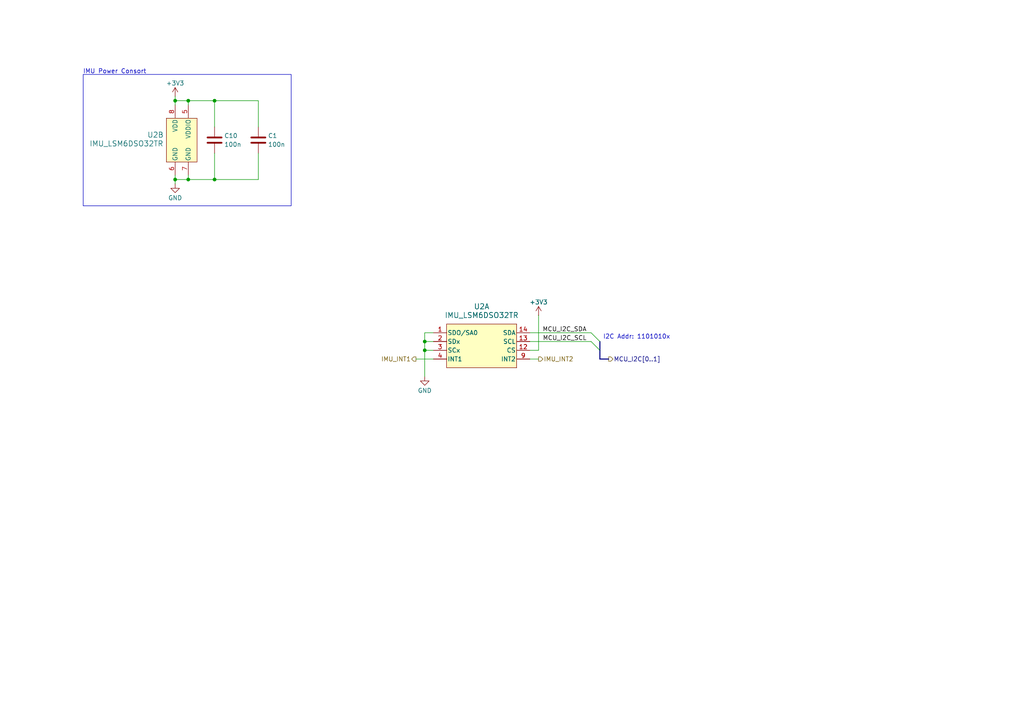
<source format=kicad_sch>
(kicad_sch (version 20250114) (generator "eeschema") (generator_version "9.0")
  (paper "A4")
  (title_block (title "IMU") (date "2025-12-01"))
  (lib_symbols
    (symbol "Device:C" (pin_numbers (hide yes)) (pin_names (offset 0.254))
      (property "Reference" "C" (at 0.635 2.54 0))
      (property "Value" "C" (at 0.635 -2.54 0))
      (symbol "C_0_1"
        (polyline (pts (xy -2.032 0.762) (xy 2.032 0.762)) (stroke (width 0.508)))
        (polyline (pts (xy -2.032 -0.762) (xy 2.032 -0.762)) (stroke (width 0.508)))
      )
      (symbol "C_1_1"
        (pin passive line (at 0 3.81 270) (length 2.794) (name "~") (number "1"))
        (pin passive line (at 0 -3.81 90) (length 2.794) (name "~") (number "2"))
      )
    )
    (symbol "hagzey_symbols:IMU_LSM6DSO32TR" (pin_names (offset 0.254))
      (property "Reference" "U" (at 7.62 10.16 0))
      (property "Value" "IMU_LSM6DSO32TR" (at 7.62 7.62 0))
      (symbol "IMU_LSM6DSO32TR_0_1"
        (pin no_connect line (at -2.54 -2.54 180) (length 7.62) (hide yes) (name "NC") (number "11"))
        (pin no_connect line (at -2.54 -5.08 180) (length 7.62) (hide yes) (name "NC") (number "10"))
      )
      (symbol "IMU_LSM6DSO32TR_1_1"
        (rectangle (start -2.54 5.08) (end 17.78 -7.62) (fill (type background)))
        (pin bidirectional line (at -6.35 2.54 0) (length 3.81) (name "SDO/SA0") (number "1"))
        (pin unspecified line (at -6.35 0 0) (length 3.81) (name "SDx") (number "2"))
        (pin unspecified line (at -6.35 -2.54 0) (length 3.81) (name "SCx") (number "3"))
        (pin output line (at -6.35 -5.08 0) (length 3.81) (name "INT1") (number "4"))
        (pin bidirectional line (at 21.59 2.54 180) (length 3.81) (name "SDA") (number "14"))
        (pin input line (at 21.59 0 180) (length 3.81) (name "SCL") (number "13"))
        (pin input line (at 21.59 -2.54 180) (length 3.81) (name "CS") (number "12"))
        (pin output line (at 21.59 -5.08 180) (length 3.81) (name "INT2") (number "9"))
      )
      (symbol "IMU_LSM6DSO32TR_2_1"
        (rectangle (start 19.05 3.81) (end 27.94 -8.89) (fill (type background)))
        (pin power_in line (at 21.59 7.62 270) (length 3.81) (name "VDD") (number "8"))
        (pin power_out line (at 21.59 -12.7 90) (length 3.81) (name "GND") (number "6"))
        (pin power_in line (at 25.4 7.62 270) (length 3.81) (name "VDDIO") (number "5"))
        (pin power_out line (at 25.4 -12.7 90) (length 3.81) (name "GND") (number "7"))
      )
    )
    (symbol "power:+3V3" (power) (pin_numbers (hide yes)) (pin_names (offset 0) (hide yes))
      (property "Value" "+3V3" (at 0 3.556 0))
      (symbol "+3V3_0_1"
        (polyline (pts (xy -0.762 1.27) (xy 0 2.54)))
        (polyline (pts (xy 0 2.54) (xy 0.762 1.27)))
        (polyline (pts (xy 0 0) (xy 0 2.54)))
      )
      (symbol "+3V3_1_1"
        (pin power_in line (at 0 0 90) (length 0) (name "~") (number "1"))
      )
    )
    (symbol "power:GND" (power) (pin_numbers (hide yes)) (pin_names (offset 0) (hide yes))
      (property "Value" "GND" (at 0 -3.81 0))
      (symbol "GND_0_1"
        (polyline (pts (xy 0 0) (xy 0 -1.27) (xy 1.27 -1.27) (xy 0 -2.54) (xy -1.27 -1.27) (xy 0 -1.27)))
      )
      (symbol "GND_1_1"
        (pin power_in line (at 0 0 270) (length 0) (name "~") (number "1"))
      )
    )
  )
  (rectangle (start 24.13 21.59) (end 84.455 59.69))
  (text "I2C Addr: 1101010x" (at 184.658 97.79 0) (effects (font (size 1.27 1.27))))
  (text "IMU Power Consort" (at 33.274 20.828 0) (effects (font (size 1.27 1.27))))
  (junction (at 54.61 29.21))
  (junction (at 54.61 52.07))
  (junction (at 50.8 29.21))
  (junction (at 123.19 101.6))
  (junction (at 62.23 52.07))
  (junction (at 62.23 29.21))
  (junction (at 50.8 52.07))
  (junction (at 123.19 99.06))
  (bus_entry (at 171.45 96.52) (size 2.54 2.54))
  (bus_entry (at 171.45 99.06) (size 2.54 2.54))
  (wire (pts (xy 120.65 104.14) (xy 125.73 104.14)))
  (wire (pts (xy 123.19 96.52) (xy 123.19 99.06)))
  (wire (pts (xy 50.8 50.8) (xy 50.8 52.07)))
  (wire (pts (xy 74.93 44.45) (xy 74.93 52.07)))
  (wire (pts (xy 62.23 29.21) (xy 54.61 29.21)))
  (wire (pts (xy 62.23 36.83) (xy 62.23 29.21)))
  (wire (pts (xy 54.61 52.07) (xy 50.8 52.07)))
  (wire (pts (xy 50.8 29.21) (xy 50.8 30.48)))
  (wire (pts (xy 54.61 29.21) (xy 50.8 29.21)))
  (wire (pts (xy 74.93 36.83) (xy 74.93 29.21)))
  (wire (pts (xy 153.67 104.14) (xy 156.21 104.14)))
  (wire (pts (xy 125.73 96.52) (xy 123.19 96.52)))
  (bus (pts (xy 173.99 99.06) (xy 173.99 101.6)))
  (wire (pts (xy 153.67 99.06) (xy 171.45 99.06)))
  (wire (pts (xy 153.67 96.52) (xy 171.45 96.52)))
  (wire (pts (xy 125.73 101.6) (xy 123.19 101.6)))
  (wire (pts (xy 50.8 27.94) (xy 50.8 29.21)))
  (wire (pts (xy 125.73 99.06) (xy 123.19 99.06)))
  (wire (pts (xy 156.21 101.6) (xy 153.67 101.6)))
  (wire (pts (xy 50.8 52.07) (xy 50.8 53.34)))
  (bus (pts (xy 173.99 101.6) (xy 173.99 104.14)))
  (wire (pts (xy 62.23 52.07) (xy 54.61 52.07)))
  (wire (pts (xy 54.61 29.21) (xy 54.61 30.48)))
  (bus (pts (xy 173.99 104.14) (xy 176.53 104.14)))
  (wire (pts (xy 123.19 99.06) (xy 123.19 101.6)))
  (wire (pts (xy 74.93 29.21) (xy 62.23 29.21)))
  (wire (pts (xy 156.21 91.44) (xy 156.21 101.6)))
  (wire (pts (xy 54.61 50.8) (xy 54.61 52.07)))
  (wire (pts (xy 62.23 44.45) (xy 62.23 52.07)))
  (wire (pts (xy 123.19 101.6) (xy 123.19 109.22)))
  (wire (pts (xy 74.93 52.07) (xy 62.23 52.07)))
  (label "MCU_I2C_SDA" (at 170.18 96.52 180))
  (label "MCU_I2C_SCL" (at 170.18 99.06 180))
  (hierarchical_label "IMU_INT1" (shape output) (at 120.65 104.14 180))
  (hierarchical_label "MCU_I2C[0..1]" (shape output) (at 176.53 104.14 0))
  (hierarchical_label "IMU_INT2" (shape output) (at 156.21 104.14 0))
  (symbol (lib_id "power:+3V3") (at 50.8 27.94 0) (unit 1)
    (property "Reference" "#PWR010" (effects (hide yes)))
    (property "Value" "+3V3" (at 50.8 24.13 0))
    (property "Description" "Power symbol creates a global label with name \"+3V3\"" (effects (hide yes)))
  )
  (symbol (lib_id "power:GND") (at 50.8 53.34 0) (unit 1)
    (property "Reference" "#PWR07" (effects (hide yes)))
    (property "Value" "GND" (at 50.8 57.404 0))
    (property "Description" "Power symbol creates a global label with name \"GND\" , ground" (effects (hide yes)))
  )
  (symbol (lib_id "power:GND") (at 123.19 109.22 0) (unit 1)
    (property "Reference" "#PWR05" (effects (hide yes)))
    (property "Value" "GND" (at 123.19 113.284 0))
    (property "Description" "Power symbol creates a global label with name \"GND\" , ground" (effects (hide yes)))
  )
  (symbol (lib_id "power:+3V3") (at 156.21 91.44 0) (unit 1)
    (property "Reference" "#PWR06" (effects (hide yes)))
    (property "Value" "+3V3" (at 156.21 87.63 0))
    (property "Description" "Power symbol creates a global label with name \"+3V3\"" (effects (hide yes)))
  )
  (symbol (lib_id "Device:C") (at 74.93 40.64 0) (unit 1)
    (property "Reference" "C1" (at 77.724 39.37 0) (effects (justify left)))
    (property "Value" "100n" (at 77.724 41.91 0) (effects (justify left)))
    (property "Footprint" "Capacitor_SMD:C_0603_1608Metric" (effects (hide yes)))
    (property "Description" "Unpolarized capacitor" (effects (hide yes)))
  )
  (symbol (lib_id "hagzey_symbols:IMU_LSM6DSO32TR") (at 132.08 99.06 0) (unit 1)
    (property "Reference" "U2" (at 139.7 88.9 0) (effects (font (size 1.524 1.524))))
    (property "Value" "IMU_LSM6DSO32TR" (at 139.7 91.44 0) (effects (font (size 1.524 1.524))))
    (property "Footprint" "hagzey_footprints:IMU_LSM6DS032TR" (effects (hide yes)))
    (property "Datasheet" "kicad-embed://imu_LSM6DS032TR.pdf" (effects (hide yes)))
  )
  (symbol (lib_id "hagzey_symbols:IMU_LSM6DSO32TR") (at 29.21 38.1 0) (unit 2)
    (property "Reference" "U2" (at 42.672 39.116 0) (effects (font (size 1.524 1.524)) (justify left)))
    (property "Value" "IMU_LSM6DSO32TR" (at 25.908 41.656 0) (effects (font (size 1.524 1.524)) (justify left)))
    (property "Footprint" "hagzey_footprints:IMU_LSM6DS032TR" (effects (hide yes)))
    (property "Datasheet" "kicad-embed://imu_LSM6DS032TR.pdf" (effects (hide yes)))
  )
  (symbol (lib_id "Device:C") (at 62.23 40.64 0) (unit 1)
    (property "Reference" "C10" (at 65.024 39.37 0) (effects (justify left)))
    (property "Value" "100n" (at 65.024 41.91 0) (effects (justify left)))
    (property "Footprint" "Capacitor_SMD:C_0603_1608Metric" (effects (hide yes)))
    (property "Description" "Unpolarized capacitor" (effects (hide yes)))
  )
)
</source>
